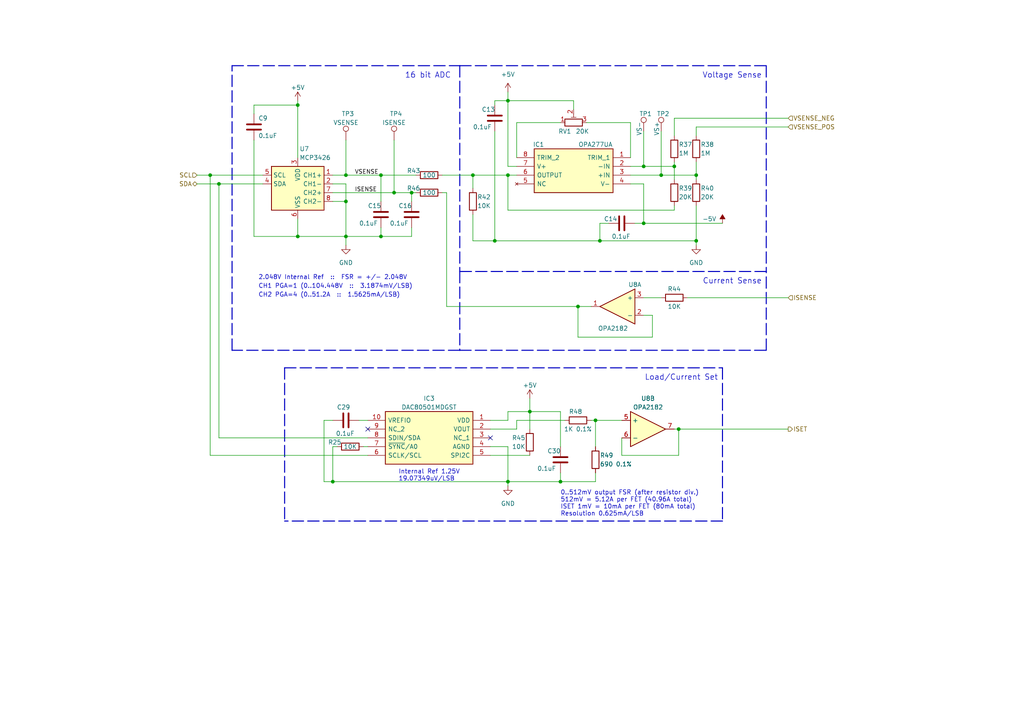
<source format=kicad_sch>
(kicad_sch (version 20211123) (generator eeschema)
  (paper "A4")
  (lib_symbols
    (symbol "Analog_ADC:MCP3426-xSN"
      (property "Reference" "U" (at -3.81 8.89 0))
      (property "Value" "MCP3426-xSN" (at 2.54 8.89 0))
      (symbol "MCP3426-xSN_0_1"
        (rectangle (start -7.62 7.62) (end 7.62 -5.08) (stroke (width 0.254)) (fill (type background)))
      )
      (symbol "MCP3426-xSN_1_1"
        (pin input line (at -10.16 5.08 0) (length 2.54) (name "CH1+") (number "1"))
        (pin input line (at -10.16 2.54 0) (length 2.54) (name "CH1-") (number "2"))
        (pin power_in line (at 0 10.16 270) (length 2.54) (name "VDD") (number "3"))
        (pin bidirectional line (at 10.16 2.54 180) (length 2.54) (name "SDA") (number "4"))
        (pin input line (at 10.16 5.08 180) (length 2.54) (name "SCL") (number "5"))
        (pin power_in line (at 0 -7.62 90) (length 2.54) (name "VSS") (number "6"))
        (pin input line (at -10.16 0 0) (length 2.54) (name "CH2+") (number "7"))
        (pin input line (at -10.16 -2.54 0) (length 2.54) (name "CH2-") (number "8"))
      )
    )
    (symbol "Connector:TestPoint" (pin_numbers hide) (pin_names (offset 0.762) hide)
      (property "Reference" "TP" (at 0 6.858 0))
      (property "Value" "TestPoint" (at 0 5.08 0))
      (symbol "TestPoint_0_1"
        (circle (center 0 3.302) (radius 0.762))
      )
      (symbol "TestPoint_1_1"
        (pin passive line (at 0 0 90) (length 2.54) (name "1") (number "1"))
      )
    )
    (symbol "Device:C" (pin_numbers hide) (pin_names (offset 0.254))
      (property "Reference" "C" (at 0.635 2.54 0))
      (property "Value" "C" (at 0.635 -2.54 0))
      (symbol "C_0_1"
        (polyline (pts (xy -2.032 -0.762) (xy 2.032 -0.762)) (stroke (width 0.508)))
        (polyline (pts (xy -2.032 0.762) (xy 2.032 0.762)) (stroke (width 0.508)))
      )
      (symbol "C_1_1"
        (pin passive line (at 0 3.81 270) (length 2.794) (name "~") (number "1"))
        (pin passive line (at 0 -3.81 90) (length 2.794) (name "~") (number "2"))
      )
    )
    (symbol "Device:Opamp_Dual"
      (property "Reference" "U" (at 0 5.08 0))
      (property "Value" "Opamp_Dual" (at 0 -5.08 0))
      (symbol "Opamp_Dual_1_1"
        (polyline (pts (xy -5.08 5.08) (xy 5.08 0) (xy -5.08 -5.08) (xy -5.08 5.08)) (stroke (width 0.254)) (fill (type background)))
        (pin output line (at 7.62 0 180) (length 2.54) (name "~") (number "1"))
        (pin input line (at -7.62 -2.54 0) (length 2.54) (name "-") (number "2"))
        (pin input line (at -7.62 2.54 0) (length 2.54) (name "+") (number "3"))
      )
      (symbol "Opamp_Dual_2_1"
        (polyline (pts (xy -5.08 5.08) (xy 5.08 0) (xy -5.08 -5.08) (xy -5.08 5.08)) (stroke (width 0.254)) (fill (type background)))
        (pin input line (at -7.62 2.54 0) (length 2.54) (name "+") (number "5"))
        (pin input line (at -7.62 -2.54 0) (length 2.54) (name "-") (number "6"))
        (pin output line (at 7.62 0 180) (length 2.54) (name "~") (number "7"))
      )
      (symbol "Opamp_Dual_3_1"
        (pin power_in line (at -2.54 -7.62 90) (length 3.81) (name "V-") (number "4"))
        (pin power_in line (at -2.54 7.62 270) (length 3.81) (name "V+") (number "8"))
      )
    )
    (symbol "Device:R" (pin_numbers hide) (pin_names (offset 0))
      (property "Reference" "R" (at 2.032 0 90))
      (property "Value" "R" (at 0 0 90))
      (symbol "R_0_1"
        (rectangle (start -1.016 -2.54) (end 1.016 2.54) (stroke (width 0.254)))
      )
      (symbol "R_1_1"
        (pin passive line (at 0 3.81 270) (length 1.27) (name "~") (number "1"))
        (pin passive line (at 0 -3.81 90) (length 1.27) (name "~") (number "2"))
      )
    )
    (symbol "Device:R_Potentiometer_Trim" (pin_names (offset 1.016) hide)
      (property "Reference" "RV" (at -4.445 0 90))
      (property "Value" "R_Potentiometer_Trim" (at -2.54 0 90))
      (symbol "R_Potentiometer_Trim_0_1"
        (polyline (pts (xy 1.524 0.762) (xy 1.524 -0.762)))
        (polyline (pts (xy 2.54 0) (xy 1.524 0)))
        (rectangle (start 1.016 2.54) (end -1.016 -2.54) (stroke (width 0.254)))
      )
      (symbol "R_Potentiometer_Trim_1_1"
        (pin passive line (at 0 3.81 270) (length 1.27) (name "1") (number "1"))
        (pin passive line (at 3.81 0 180) (length 1.27) (name "2") (number "2"))
        (pin passive line (at 0 -3.81 90) (length 1.27) (name "3") (number "3"))
      )
    )
    (symbol "SamacSys_Parts:DAC80501MDGST" (pin_names (offset 0.762))
      (property "Reference" "IC?" (at -17.78 7.62 0))
      (property "Value" "DAC80501MDGST" (at -17.78 5.08 0))
      (symbol "DAC80501MDGST_0_0"
        (pin passive line (at 0 0 0) (length 5.08) (name "VDD") (number "1"))
        (pin passive line (at 35.56 0 180) (length 5.08) (name "VREFIO") (number "10"))
        (pin passive line (at 0 -2.54 0) (length 5.08) (name "VOUT") (number "2"))
        (pin passive line (at 0 -5.08 0) (length 5.08) (name "NC_1") (number "3"))
        (pin passive line (at 0 -7.62 0) (length 5.08) (name "AGND") (number "4"))
        (pin passive line (at 0 -10.16 0) (length 5.08) (name "SPI2C") (number "5"))
        (pin passive line (at 35.56 -10.16 180) (length 5.08) (name "SCLK/SCL") (number "6"))
        (pin passive line (at 35.56 -7.62 180) (length 5.08) (name "~{SYNC}/A0") (number "7"))
        (pin passive line (at 35.56 -5.08 180) (length 5.08) (name "SDIN/SDA") (number "8"))
        (pin passive line (at 35.56 -2.54 180) (length 5.08) (name "NC_2") (number "9"))
      )
      (symbol "DAC80501MDGST_0_1"
        (polyline (pts (xy 5.08 2.54) (xy 30.48 2.54) (xy 30.48 -12.7) (xy 5.08 -12.7) (xy 5.08 2.54)) (stroke (width 0.256)) (fill (type background)))
      )
    )
    (symbol "SamacSys_Parts:OPA277UA" (pin_names (offset 0.762))
      (property "Reference" "IC?" (at 0 11.43 0))
      (property "Value" "OPA277UA" (at 0 8.89 0))
      (symbol "OPA277UA_0_0"
        (pin passive line (at -16.51 3.81 0) (length 5.08) (name "TRIM_1") (number "1"))
        (pin passive line (at -16.51 1.27 0) (length 5.08) (name "-IN") (number "2"))
        (pin passive line (at -16.51 -1.27 0) (length 5.08) (name "+IN") (number "3"))
        (pin passive line (at -16.51 -3.81 0) (length 5.08) (name "V-") (number "4"))
        (pin no_connect line (at 16.51 -3.81 180) (length 5.08) (name "NC") (number "5"))
        (pin passive line (at 16.51 -1.27 180) (length 5.08) (name "OUTPUT") (number "6"))
        (pin passive line (at 16.51 1.27 180) (length 5.08) (name "V+") (number "7"))
        (pin passive line (at 16.51 3.81 180) (length 5.08) (name "TRIM_2") (number "8"))
      )
      (symbol "OPA277UA_0_1"
        (polyline (pts (xy -11.43 6.35) (xy 11.43 6.35) (xy 11.43 -6.35) (xy -11.43 -6.35) (xy -11.43 6.35)) (stroke (width 0.256)) (fill (type background)))
      )
    )
    (symbol "power:+5V" (power) (pin_names (offset 0))
      (property "Value" "+5V" (at 0 3.556 0))
      (symbol "+5V_0_1"
        (polyline (pts (xy -0.762 1.27) (xy 0 2.54)))
        (polyline (pts (xy 0 0) (xy 0 2.54)))
        (polyline (pts (xy 0 2.54) (xy 0.762 1.27)))
      )
      (symbol "+5V_1_1"
        (pin power_in line (at 0 0 90) (length 0) hide (name "+5V") (number "1"))
      )
    )
    (symbol "power:-5V" (power) (pin_names (offset 0))
      (property "Value" "-5V" (at 0 3.81 0))
      (symbol "-5V_0_0"
        (pin power_in line (at 0 0 90) (length 0) hide (name "-5V") (number "1"))
      )
      (symbol "-5V_0_1"
        (polyline (pts (xy 0 0) (xy 0 1.27) (xy 0.762 1.27) (xy 0 2.54) (xy -0.762 1.27) (xy 0 1.27)) (fill (type outline)))
      )
    )
    (symbol "power:GND" (power) (pin_names (offset 0))
      (property "Value" "GND" (at 0 -3.81 0))
      (symbol "GND_0_1"
        (polyline (pts (xy 0 0) (xy 0 -1.27) (xy 1.27 -1.27) (xy 0 -2.54) (xy -1.27 -1.27) (xy 0 -1.27)))
      )
      (symbol "GND_1_1"
        (pin power_in line (at 0 0 270) (length 0) hide (name "GND") (number "1"))
      )
    )
  )
  (junction (at 186.69 64.77))
  (junction (at 147.32 29.21))
  (junction (at 110.49 50.8))
  (junction (at 63.5 53.34))
  (junction (at 119.38 55.88))
  (junction (at 147.32 139.7))
  (junction (at 137.16 50.8))
  (junction (at 172.72 121.92))
  (junction (at 143.51 69.85))
  (junction (at 191.77 50.8))
  (junction (at 100.33 68.58))
  (junction (at 86.36 30.48))
  (junction (at 153.67 119.38))
  (junction (at 86.36 68.58))
  (junction (at 100.33 58.42))
  (junction (at 114.3 55.88))
  (junction (at 100.33 50.8))
  (junction (at 162.56 139.7))
  (junction (at 186.69 48.26))
  (junction (at 201.93 50.8))
  (junction (at 201.93 69.85))
  (junction (at 147.32 50.8))
  (junction (at 173.99 69.85))
  (junction (at 195.58 48.26))
  (junction (at 167.64 88.9))
  (junction (at 96.52 139.7))
  (junction (at 60.96 50.8))
  (junction (at 110.49 68.58))
  (junction (at 196.85 124.46))
  (no_connect (at 106.68 124.46))
  (no_connect (at 142.24 127))
  (wire (pts (xy 73.66 40.64) (xy 73.66 68.58)))
  (wire (pts (xy 93.98 121.92) (xy 96.52 121.92)))
  (wire (pts (xy 149.86 45.72) (xy 149.86 35.56)))
  (wire (pts (xy 86.36 30.48) (xy 86.36 45.72)))
  (wire (pts (xy 100.33 40.64) (xy 100.33 50.8)))
  (wire (pts (xy 189.23 97.79) (xy 167.64 97.79)))
  (wire (pts (xy 142.24 124.46) (xy 149.86 124.46)))
  (polyline (pts (xy 222.25 19.05) (xy 222.25 78.74)) (stroke (width 0.3)))
  (wire (pts (xy 100.33 68.58) (xy 100.33 71.12)))
  (wire (pts (xy 119.38 68.58) (xy 110.49 68.58)))
  (wire (pts (xy 191.77 50.8) (xy 201.93 50.8)))
  (wire (pts (xy 186.69 38.1) (xy 186.69 48.26)))
  (wire (pts (xy 86.36 68.58) (xy 100.33 68.58)))
  (wire (pts (xy 143.51 69.85) (xy 173.99 69.85)))
  (wire (pts (xy 119.38 55.88) (xy 120.65 55.88)))
  (wire (pts (xy 171.45 121.92) (xy 172.72 121.92)))
  (wire (pts (xy 93.98 139.7) (xy 96.52 139.7)))
  (wire (pts (xy 129.54 88.9) (xy 167.64 88.9)))
  (polyline (pts (xy 82.55 106.68) (xy 82.55 151.13)) (stroke (width 0.3)))
  (wire (pts (xy 173.99 64.77) (xy 173.99 69.85)))
  (polyline (pts (xy 133.35 101.6) (xy 67.31 101.6)) (stroke (width 0.3)))
  (wire (pts (xy 142.24 121.92) (xy 147.32 121.92)))
  (wire (pts (xy 63.5 53.34) (xy 76.2 53.34)))
  (wire (pts (xy 86.36 29.21) (xy 86.36 30.48)))
  (wire (pts (xy 147.32 119.38) (xy 153.67 119.38)))
  (wire (pts (xy 147.32 26.67) (xy 147.32 29.21)))
  (wire (pts (xy 182.88 48.26) (xy 186.69 48.26)))
  (wire (pts (xy 96.52 53.34) (xy 100.33 53.34)))
  (polyline (pts (xy 67.31 101.6) (xy 67.31 19.05)) (stroke (width 0.3)))
  (wire (pts (xy 63.5 127) (xy 63.5 53.34)))
  (wire (pts (xy 73.66 30.48) (xy 73.66 33.02)))
  (wire (pts (xy 143.51 29.21) (xy 147.32 29.21)))
  (wire (pts (xy 167.64 88.9) (xy 171.45 88.9)))
  (wire (pts (xy 96.52 50.8) (xy 100.33 50.8)))
  (wire (pts (xy 195.58 124.46) (xy 196.85 124.46)))
  (wire (pts (xy 57.15 53.34) (xy 63.5 53.34)))
  (wire (pts (xy 201.93 36.83) (xy 201.93 39.37)))
  (wire (pts (xy 180.34 132.08) (xy 180.34 127)))
  (wire (pts (xy 96.52 139.7) (xy 147.32 139.7)))
  (wire (pts (xy 172.72 137.16) (xy 172.72 139.7)))
  (wire (pts (xy 186.69 53.34) (xy 186.69 64.77)))
  (wire (pts (xy 172.72 121.92) (xy 180.34 121.92)))
  (wire (pts (xy 153.67 119.38) (xy 153.67 124.46)))
  (wire (pts (xy 186.69 86.36) (xy 191.77 86.36)))
  (wire (pts (xy 110.49 50.8) (xy 120.65 50.8)))
  (wire (pts (xy 182.88 50.8) (xy 191.77 50.8)))
  (wire (pts (xy 173.99 69.85) (xy 201.93 69.85)))
  (wire (pts (xy 153.67 119.38) (xy 162.56 119.38)))
  (wire (pts (xy 162.56 139.7) (xy 172.72 139.7)))
  (wire (pts (xy 147.32 50.8) (xy 149.86 50.8)))
  (wire (pts (xy 191.77 38.1) (xy 191.77 50.8)))
  (wire (pts (xy 114.3 40.64) (xy 114.3 55.88)))
  (wire (pts (xy 189.23 91.44) (xy 189.23 97.79)))
  (wire (pts (xy 100.33 53.34) (xy 100.33 58.42)))
  (polyline (pts (xy 133.35 78.74) (xy 133.35 101.6)) (stroke (width 0.3)))
  (wire (pts (xy 129.54 55.88) (xy 129.54 88.9)))
  (wire (pts (xy 228.6 36.83) (xy 201.93 36.83)))
  (wire (pts (xy 104.14 121.92) (xy 106.68 121.92)))
  (wire (pts (xy 186.69 91.44) (xy 189.23 91.44)))
  (wire (pts (xy 147.32 139.7) (xy 147.32 140.97)))
  (wire (pts (xy 186.69 64.77) (xy 209.55 64.77)))
  (wire (pts (xy 201.93 69.85) (xy 201.93 71.12)))
  (wire (pts (xy 60.96 132.08) (xy 106.68 132.08)))
  (wire (pts (xy 196.85 124.46) (xy 196.85 132.08)))
  (wire (pts (xy 182.88 35.56) (xy 182.88 45.72)))
  (wire (pts (xy 184.15 64.77) (xy 186.69 64.77)))
  (wire (pts (xy 96.52 129.54) (xy 96.52 139.7)))
  (wire (pts (xy 119.38 55.88) (xy 119.38 58.42)))
  (wire (pts (xy 110.49 66.04) (xy 110.49 68.58)))
  (wire (pts (xy 128.27 50.8) (xy 137.16 50.8)))
  (wire (pts (xy 149.86 121.92) (xy 163.83 121.92)))
  (wire (pts (xy 176.53 64.77) (xy 173.99 64.77)))
  (wire (pts (xy 166.37 29.21) (xy 147.32 29.21)))
  (polyline (pts (xy 222.25 78.74) (xy 133.35 78.74)) (stroke (width 0.3)))
  (wire (pts (xy 162.56 139.7) (xy 162.56 137.16)))
  (wire (pts (xy 201.93 59.69) (xy 201.93 69.85)))
  (polyline (pts (xy 133.35 101.6) (xy 222.25 101.6)) (stroke (width 0.3)))
  (wire (pts (xy 149.86 124.46) (xy 149.86 121.92)))
  (wire (pts (xy 137.16 62.23) (xy 137.16 69.85)))
  (wire (pts (xy 100.33 50.8) (xy 110.49 50.8)))
  (wire (pts (xy 196.85 124.46) (xy 228.6 124.46)))
  (wire (pts (xy 60.96 50.8) (xy 76.2 50.8)))
  (wire (pts (xy 195.58 48.26) (xy 195.58 52.07)))
  (wire (pts (xy 57.15 50.8) (xy 60.96 50.8)))
  (wire (pts (xy 186.69 48.26) (xy 195.58 48.26)))
  (polyline (pts (xy 133.35 19.05) (xy 133.35 78.74)) (stroke (width 0.3)))
  (polyline (pts (xy 133.35 19.05) (xy 222.25 19.05)) (stroke (width 0.3)))
  (wire (pts (xy 147.32 139.7) (xy 162.56 139.7)))
  (wire (pts (xy 86.36 63.5) (xy 86.36 68.58)))
  (polyline (pts (xy 222.25 101.6) (xy 222.25 78.74)) (stroke (width 0.3)))
  (polyline (pts (xy 209.55 151.13) (xy 82.55 151.13)) (stroke (width 0.3)))
  (wire (pts (xy 143.51 38.1) (xy 143.51 69.85)))
  (wire (pts (xy 93.98 121.92) (xy 93.98 139.7)))
  (polyline (pts (xy 209.55 106.68) (xy 209.55 151.13)) (stroke (width 0.3)))
  (wire (pts (xy 96.52 55.88) (xy 114.3 55.88)))
  (wire (pts (xy 97.79 129.54) (xy 96.52 129.54)))
  (wire (pts (xy 105.41 129.54) (xy 106.68 129.54)))
  (wire (pts (xy 167.64 97.79) (xy 167.64 88.9)))
  (wire (pts (xy 137.16 50.8) (xy 137.16 54.61)))
  (wire (pts (xy 195.58 59.69) (xy 195.58 60.96)))
  (wire (pts (xy 162.56 119.38) (xy 162.56 129.54)))
  (wire (pts (xy 110.49 50.8) (xy 110.49 58.42)))
  (wire (pts (xy 142.24 129.54) (xy 147.32 129.54)))
  (wire (pts (xy 228.6 34.29) (xy 195.58 34.29)))
  (wire (pts (xy 196.85 132.08) (xy 180.34 132.08)))
  (wire (pts (xy 96.52 58.42) (xy 100.33 58.42)))
  (wire (pts (xy 147.32 129.54) (xy 147.32 139.7)))
  (polyline (pts (xy 67.31 19.05) (xy 133.35 19.05)) (stroke (width 0.3)))
  (wire (pts (xy 86.36 30.48) (xy 73.66 30.48)))
  (wire (pts (xy 170.18 35.56) (xy 182.88 35.56)))
  (wire (pts (xy 119.38 66.04) (xy 119.38 68.58)))
  (wire (pts (xy 195.58 34.29) (xy 195.58 39.37)))
  (wire (pts (xy 147.32 29.21) (xy 147.32 48.26)))
  (wire (pts (xy 166.37 31.75) (xy 166.37 29.21)))
  (polyline (pts (xy 82.55 106.68) (xy 209.55 106.68)) (stroke (width 0.3)))
  (wire (pts (xy 182.88 53.34) (xy 186.69 53.34)))
  (wire (pts (xy 60.96 50.8) (xy 60.96 132.08)))
  (wire (pts (xy 110.49 68.58) (xy 100.33 68.58)))
  (wire (pts (xy 172.72 121.92) (xy 172.72 129.54)))
  (wire (pts (xy 147.32 60.96) (xy 147.32 50.8)))
  (wire (pts (xy 137.16 69.85) (xy 143.51 69.85)))
  (wire (pts (xy 142.24 132.08) (xy 153.67 132.08)))
  (wire (pts (xy 147.32 121.92) (xy 147.32 119.38)))
  (wire (pts (xy 73.66 68.58) (xy 86.36 68.58)))
  (wire (pts (xy 201.93 46.99) (xy 201.93 50.8)))
  (wire (pts (xy 199.39 86.36) (xy 228.6 86.36)))
  (wire (pts (xy 201.93 50.8) (xy 201.93 52.07)))
  (wire (pts (xy 137.16 50.8) (xy 147.32 50.8)))
  (wire (pts (xy 143.51 30.48) (xy 143.51 29.21)))
  (wire (pts (xy 114.3 55.88) (xy 119.38 55.88)))
  (wire (pts (xy 147.32 48.26) (xy 149.86 48.26)))
  (wire (pts (xy 63.5 127) (xy 106.68 127)))
  (wire (pts (xy 195.58 46.99) (xy 195.58 48.26)))
  (wire (pts (xy 153.67 115.57) (xy 153.67 119.38)))
  (wire (pts (xy 147.32 60.96) (xy 195.58 60.96)))
  (wire (pts (xy 100.33 58.42) (xy 100.33 68.58)))
  (wire (pts (xy 128.27 55.88) (xy 129.54 55.88)))
  (wire (pts (xy 149.86 35.56) (xy 162.56 35.56)))
  (text "Current Sense" (at 220.98 82.55 180) (effects (font (size 1.6 1.6)) (justify right bottom)))
  (text "16 bit ADC" (at 130.81 22.87 180) (effects (font (size 1.6 1.6)) (justify right bottom)))
  (text "CH1 PGA=1 (0..104.448V  ::  3.1874mV/LSB)" (at 74.93 83.82 0) (effects (font (size 1.27 1.27)) (justify left bottom)))
  (text "CH2 PGA=4 (0..51.2A  ::  1.5625mA/LSB)" (at 74.93 86.36 0) (effects (font (size 1.27 1.27)) (justify left bottom)))
  (text "Load/Current Set" (at 208.28 110.49 180) (effects (font (size 1.6 1.6)) (justify right bottom)))
  (text "Voltage Sense" (at 220.98 22.86 180) (effects (font (size 1.6 1.6)) (justify right bottom)))
  (text "Internal Ref 1.25V\n19.07349uV/LSB" (at 115.57 139.7 0) (effects (font (size 1.27 1.27)) (justify left bottom)))
  (text "0..512mV output FSR (after resistor div.)\n512mV = 5.12A per FET (40.96A total)\nISET 1mV = 10mA per FET (80mA total)\nResolution 0.625mA/LSB" (at 162.56 149.86 0) (effects (font (size 1.27 1.27)) (justify left bottom)))
  (text "2.048V Internal Ref  ::  FSR = +/- 2.048V" (at 74.93 81.28 0) (effects (font (size 1.27 1.27)) (justify left bottom)))
  (label "ISENSE" (at 102.87 55.88 0) (effects (font (size 1.2 1.2))))
  (label "VSENSE" (at 102.87 50.8 0) (effects (font (size 1.2 1.2))))
  (hierarchical_label "ISET" (shape output) (at 228.6 124.46 0))
  (hierarchical_label "SDA" (shape bidirectional) (at 57.15 53.34 180))
  (hierarchical_label "SCL" (shape input) (at 57.15 50.8 180))
  (hierarchical_label "VSENSE_POS" (shape input) (at 228.6 36.83 0))
  (hierarchical_label "VSENSE_NEG" (shape input) (at 228.6 34.29 0))
  (hierarchical_label "ISENSE" (shape input) (at 228.6 86.36 0))
  (symbol (lib_id "Device:R") (at 101.6 129.54 270) (mirror x) (unit 1)
    (property "Reference" "R25" (at 99.06 128.27 90) (effects (justify right)))
    (property "Value" "10K" (at 101.6 129.54 90))
  )
  (symbol (lib_id "Device:R") (at 195.58 55.88 180) (unit 1)
    (property "Reference" "R39" (at 196.85 54.61 0) (effects (justify right)))
    (property "Value" "20K" (at 196.85 57.15 0) (effects (justify right)))
  )
  (symbol (lib_id "Device:Opamp_Dual") (at 179.07 88.9 0) (mirror y) (unit 1)
    (property "Reference" "U8" (at 184.15 82.55 0))
    (property "Value" "OPA2182" (at 177.8 95.25 0))
  )
  (symbol (lib_id "Device:R") (at 201.93 43.18 180) (unit 1)
    (property "Reference" "R38" (at 203.2 41.91 0) (effects (justify right)))
    (property "Value" "1M" (at 203.2 44.45 0) (effects (justify right)))
  )
  (symbol (lib_id "Connector:TestPoint") (at 191.77 38.1 0) (unit 1)
    (property "Reference" "TP2" (at 190.5 33.02 0) (effects (justify left)))
    (property "Value" "VS+" (at 190.5 39.37 90) (effects (justify left)))
  )
  (symbol (lib_id "power:-5V") (at 209.55 64.77 0) (unit 1)
    (property "Reference" "#PWR014" (effects hide))
    (property "Value" "-5V" (at 205.74 63.5 0))
  )
  (symbol (lib_id "Device:R") (at 137.16 58.42 180) (unit 1)
    (property "Reference" "R42" (at 138.43 57.15 0) (effects (justify right)))
    (property "Value" "10K" (at 138.43 59.69 0) (effects (justify right)))
  )
  (symbol (lib_id "SamacSys_Parts:OPA277UA") (at 166.37 49.53 0) (mirror y) (unit 1)
    (property "Reference" "IC1" (at 156.21 41.91 0))
    (property "Value" "OPA277UA" (at 172.72 41.91 0))
    (property "Footprint" "SOIC127P600X175-8N" (effects hide))
    (property "Datasheet" "http://www.ti.com/lit/ds/symlink/opa277.pdf" (effects hide))
    (property "Description" "OPA277UA, Operational Amplifier 1MHz, 8-Pin SOIC" (effects hide))
    (property "Height" "1.75" (effects hide))
    (property "Mouser Part Number" "595-OPA277UA" (effects hide))
    (property "Mouser Price/Stock" "https://www.mouser.co.uk/ProductDetail/Texas-Instruments/OPA277UA?qs=7nS3%252BbEUL6skPbgHbWHhXQ%3D%3D" (effects hide))
    (property "Manufacturer_Name" "Texas Instruments" (effects hide))
    (property "Manufacturer_Part_Number" "OPA277UA" (effects hide))
  )
  (symbol (lib_id "Device:R") (at 195.58 43.18 180) (unit 1)
    (property "Reference" "R37" (at 196.85 41.91 0) (effects (justify right)))
    (property "Value" "1M" (at 196.85 44.45 0) (effects (justify right)))
  )
  (symbol (lib_id "power:+5V") (at 153.67 115.57 0) (mirror y) (unit 1)
    (property "Reference" "#PWR028" (effects hide))
    (property "Value" "+5V" (at 153.67 111.76 0))
  )
  (symbol (lib_id "Device:R_Potentiometer_Trim") (at 166.37 35.56 90) (unit 1)
    (property "Reference" "RV1" (at 163.83 38.1 90))
    (property "Value" "20K" (at 168.91 38.1 90))
  )
  (symbol (lib_id "Device:R") (at 195.58 86.36 90) (unit 1)
    (property "Reference" "R44" (at 195.58 83.82 90))
    (property "Value" "10K" (at 195.58 88.9 90))
  )
  (symbol (lib_id "SamacSys_Parts:DAC80501MDGST") (at 142.24 121.92 0) (mirror y) (unit 1)
    (property "Reference" "IC3" (at 124.46 115.57 0))
    (property "Value" "DAC80501MDGST" (at 124.46 118.11 0))
    (property "Footprint" "SOP50P490X110-10N" (effects hide))
    (property "Datasheet" "https://www.ti.com/lit/gpn/DAC80501" (effects hide))
    (property "Description" "Digital to Analog Converters - DAC True 16-bit, 1-ch, SPI/I2C, voltage-output DAC in WSON package with precision internal reference 10-VSSOP -40 to 125" (effects hide))
    (property "Height" "1.1" (effects hide))
    (property "Mouser Part Number" "595-DAC80501MDGST" (effects hide))
    (property "Mouser Price/Stock" "https://www.mouser.co.uk/ProductDetail/Texas-Instruments/DAC80501MDGST?qs=%252B6g0mu59x7I7TnYkBjkntw%3D%3D" (effects hide))
    (property "Manufacturer_Name" "Texas Instruments" (effects hide))
    (property "Manufacturer_Part_Number" "DAC80501MDGST" (effects hide))
  )
  (symbol (lib_id "Device:R") (at 153.67 128.27 0) (mirror x) (unit 1)
    (property "Reference" "R45" (at 152.4 127 0) (effects (justify right)))
    (property "Value" "10K" (at 152.4 129.54 0) (effects (justify right)))
  )
  (symbol (lib_id "power:GND") (at 201.93 71.12 0) (unit 1)
    (property "Reference" "#PWR015" (effects hide))
    (property "Value" "GND" (at 201.93 76.2 0))
  )
  (symbol (lib_id "Device:Opamp_Dual") (at 187.96 124.46 0) (unit 2)
    (property "Reference" "U8" (at 187.96 115.57 0))
    (property "Value" "OPA2182" (at 187.96 118.11 0))
  )
  (symbol (lib_id "Device:R") (at 201.93 55.88 180) (unit 1)
    (property "Reference" "R40" (at 203.2 54.61 0) (effects (justify right)))
    (property "Value" "20K" (at 203.2 57.15 0) (effects (justify right)))
  )
  (symbol (lib_id "Device:C") (at 143.51 34.29 0) (unit 1)
    (property "Reference" "C13" (at 139.7 31.75 0) (effects (justify left)))
    (property "Value" "0.1uF" (at 137.16 36.83 0) (effects (justify left)))
  )
  (symbol (lib_id "Device:R") (at 172.72 133.35 180) (unit 1)
    (property "Reference" "R49" (at 173.99 132.08 0) (effects (justify right)))
    (property "Value" "690 0.1%" (at 173.99 134.62 0) (effects (justify right)))
  )
  (symbol (lib_id "Device:R") (at 167.64 121.92 90) (unit 1)
    (property "Reference" "R48" (at 168.91 119.38 90) (effects (justify left)))
    (property "Value" "1K 0.1%" (at 167.64 124.46 90))
  )
  (symbol (lib_id "Device:C") (at 180.34 64.77 90) (unit 1)
    (property "Reference" "C14" (at 179.07 63.5 90) (effects (justify left)))
    (property "Value" "0.1uF" (at 182.88 68.58 90) (effects (justify left)))
  )
  (symbol (lib_id "Device:R") (at 124.46 55.88 90) (unit 1)
    (property "Reference" "R46" (at 121.92 54.61 90) (effects (justify left)))
    (property "Value" "100" (at 124.46 55.88 90))
  )
  (symbol (lib_id "power:+5V") (at 86.36 29.21 0) (mirror y) (unit 1)
    (property "Reference" "#PWR0101" (effects hide))
    (property "Value" "+5V" (at 86.36 25.4 0))
  )
  (symbol (lib_id "power:GND") (at 100.33 71.12 0) (unit 1)
    (property "Reference" "#PWR016" (effects hide))
    (property "Value" "GND" (at 100.33 76.2 0))
  )
  (symbol (lib_id "Device:C") (at 119.38 62.23 0) (unit 1)
    (property "Reference" "C16" (at 115.57 59.69 0) (effects (justify left)))
    (property "Value" "0.1uF" (at 113.03 64.77 0) (effects (justify left)))
  )
  (symbol (lib_id "Connector:TestPoint") (at 186.69 38.1 0) (unit 1)
    (property "Reference" "TP1" (at 185.42 33.02 0) (effects (justify left)))
    (property "Value" "VS-" (at 185.42 39.37 90) (effects (justify left)))
  )
  (symbol (lib_id "Device:R") (at 124.46 50.8 90) (unit 1)
    (property "Reference" "R43" (at 121.92 49.53 90) (effects (justify left)))
    (property "Value" "100" (at 124.46 50.8 90))
  )
  (symbol (lib_id "Device:C") (at 73.66 36.83 0) (unit 1)
    (property "Reference" "C9" (at 74.93 34.29 0) (effects (justify left)))
    (property "Value" "0.1uF" (at 74.93 39.37 0) (effects (justify left)))
  )
  (symbol (lib_id "Analog_ADC:MCP3426-xSN") (at 86.36 55.88 0) (mirror y) (unit 1)
    (property "Reference" "U7" (at 86.8806 43.18 0) (effects (justify right)))
    (property "Value" "MCP3426" (at 86.8806 45.72 0) (effects (justify right)))
    (property "Datasheet" "http://ww1.microchip.com/downloads/en/DeviceDoc/22226a.pdf" (effects hide))
  )
  (symbol (lib_id "Device:C") (at 162.56 133.35 0) (unit 1)
    (property "Reference" "C30" (at 158.75 130.81 0) (effects (justify left)))
    (property "Value" "0.1uF" (at 161.29 135.89 0) (effects (justify right)))
  )
  (symbol (lib_id "Connector:TestPoint") (at 114.3 40.64 0) (unit 1)
    (property "Reference" "TP4" (at 113.03 33.02 0) (effects (justify left)))
    (property "Value" "ISENSE" (at 114.3 35.56 0))
  )
  (symbol (lib_id "Connector:TestPoint") (at 100.33 40.64 0) (unit 1)
    (property "Reference" "TP3" (at 99.06 33.02 0) (effects (justify left)))
    (property "Value" "VSENSE" (at 100.33 35.56 0))
  )
  (symbol (lib_id "power:+5V") (at 147.32 26.67 0) (unit 1)
    (property "Reference" "#PWR013" (effects hide))
    (property "Value" "+5V" (at 147.32 21.59 0))
  )
  (symbol (lib_id "Device:C") (at 100.33 121.92 90) (unit 1)
    (property "Reference" "C29" (at 101.6 118.11 90) (effects (justify left)))
    (property "Value" "0.1uF" (at 102.87 125.73 90) (effects (justify left)))
  )
  (symbol (lib_id "Device:C") (at 110.49 62.23 0) (unit 1)
    (property "Reference" "C15" (at 106.68 59.69 0) (effects (justify left)))
    (property "Value" "0.1uF" (at 104.14 64.77 0) (effects (justify left)))
  )
  (symbol (lib_id "power:GND") (at 147.32 140.97 0) (mirror y) (unit 1)
    (property "Reference" "#PWR029" (effects hide))
    (property "Value" "GND" (at 147.32 146.05 0))
  )
)
</source>
